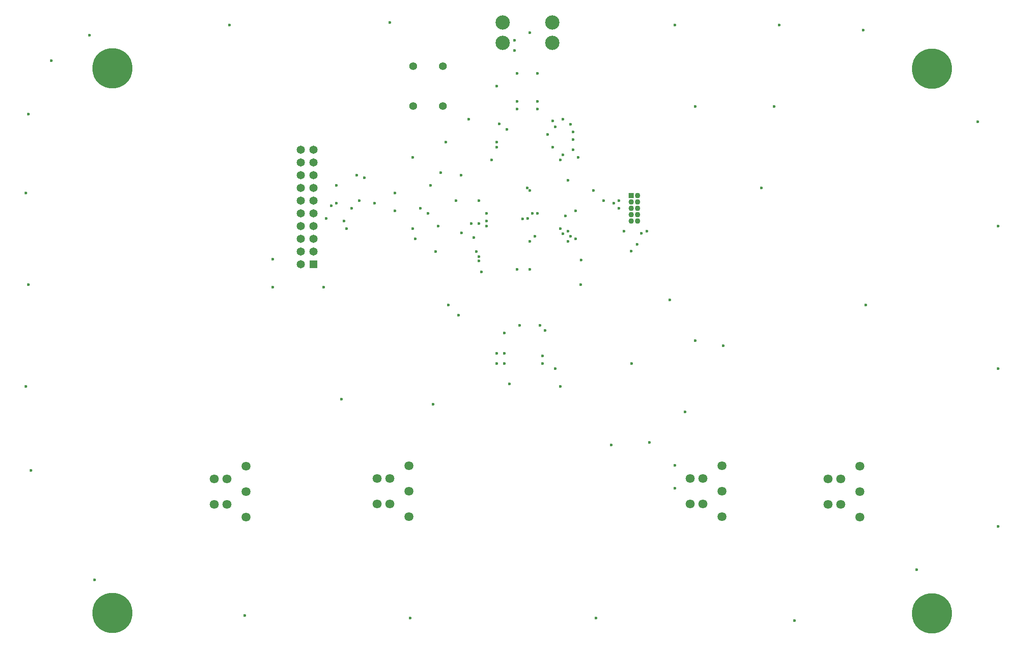
<source format=gbr>
%TF.GenerationSoftware,KiCad,Pcbnew,7.0.10*%
%TF.CreationDate,2024-01-23T19:04:03+00:00*%
%TF.ProjectId,buran,62757261-6e2e-46b6-9963-61645f706362,rev?*%
%TF.SameCoordinates,Original*%
%TF.FileFunction,Copper,L2,Inr*%
%TF.FilePolarity,Positive*%
%FSLAX46Y46*%
G04 Gerber Fmt 4.6, Leading zero omitted, Abs format (unit mm)*
G04 Created by KiCad (PCBNEW 7.0.10) date 2024-01-23 19:04:03*
%MOMM*%
%LPD*%
G01*
G04 APERTURE LIST*
%TA.AperFunction,ComponentPad*%
%ADD10C,8.000000*%
%TD*%
%TA.AperFunction,ComponentPad*%
%ADD11C,2.850000*%
%TD*%
%TA.AperFunction,ComponentPad*%
%ADD12R,1.650000X1.650000*%
%TD*%
%TA.AperFunction,ComponentPad*%
%ADD13C,1.650000*%
%TD*%
%TA.AperFunction,ComponentPad*%
%ADD14C,1.800000*%
%TD*%
%TA.AperFunction,ComponentPad*%
%ADD15R,1.100000X1.100000*%
%TD*%
%TA.AperFunction,ComponentPad*%
%ADD16C,1.100000*%
%TD*%
%TA.AperFunction,ComponentPad*%
%ADD17C,1.575000*%
%TD*%
%TA.AperFunction,ViaPad*%
%ADD18C,0.600000*%
%TD*%
G04 APERTURE END LIST*
D10*
%TO.N,N/C*%
%TO.C,*%
X42164000Y-141732000D03*
%TD*%
%TO.N,N/C*%
%TO.C,REF\u002A\u002A*%
X205726875Y-141861027D03*
%TD*%
%TO.N,N/C*%
%TO.C,REF\u002A\u002A*%
X205726875Y-33149027D03*
%TD*%
%TO.N,N/C*%
%TO.C,REF\u002A\u002A*%
X42164000Y-33020000D03*
%TD*%
D11*
%TO.N,GND*%
%TO.C,J2*%
X129950000Y-27915000D03*
X129950000Y-23915000D03*
X120050000Y-23915000D03*
X120050000Y-27915000D03*
%TD*%
D12*
%TO.N,VDD*%
%TO.C,J1*%
X82296000Y-72136000D03*
D13*
%TO.N,GND*%
X79756000Y-72136000D03*
%TO.N,/V_UNREG*%
X82296000Y-69596000D03*
%TO.N,/CBUS5*%
X79756000Y-69596000D03*
%TO.N,/SDA*%
X82296000Y-67056000D03*
%TO.N,unconnected-(J1-Pad6)*%
X79756000Y-67056000D03*
%TO.N,/SCL*%
X82296000Y-64516000D03*
%TO.N,unconnected-(J1-Pad8)*%
X79756000Y-64516000D03*
%TO.N,/N_RESET*%
X82296000Y-61976000D03*
%TO.N,unconnected-(J1-Pad10)*%
X79756000Y-61976000D03*
%TO.N,/CBUS0*%
X82296000Y-59436000D03*
%TO.N,unconnected-(J1-Pad12)*%
X79756000Y-59436000D03*
%TO.N,/CBUS1*%
X82296000Y-56896000D03*
%TO.N,unconnected-(J1-Pad14)*%
X79756000Y-56896000D03*
%TO.N,/CBUS2*%
X82296000Y-54356000D03*
%TO.N,unconnected-(J1-Pad16)*%
X79756000Y-54356000D03*
%TO.N,/CBUS3*%
X82296000Y-51816000D03*
%TO.N,unconnected-(J1-Pad18)*%
X79756000Y-51816000D03*
%TO.N,/CBUS4*%
X82296000Y-49276000D03*
%TO.N,unconnected-(J1-Pad20)*%
X79756000Y-49276000D03*
%TD*%
D14*
%TO.N,/MCU_S2*%
%TO.C,S2*%
X101350000Y-122540000D03*
%TO.N,GND*%
X101350000Y-117460000D03*
%TO.N,unconnected-(S2-NC-Pad3)*%
X101350000Y-112380000D03*
%TO.N,VDD*%
X97540000Y-120000000D03*
%TO.N,Net-(S2-L1)*%
X97540000Y-114920000D03*
%TO.N,/IC4_LED_4*%
X95000000Y-114920000D03*
%TO.N,/IC4_LED_5*%
X95000000Y-120000000D03*
%TD*%
D15*
%TO.N,VDD*%
%TO.C,J3*%
X145669000Y-58420000D03*
D16*
%TO.N,/SWDIO*%
X146939000Y-58420000D03*
%TO.N,GND*%
X145669000Y-59690000D03*
%TO.N,/SWCLK*%
X146939000Y-59690000D03*
%TO.N,GND*%
X145669000Y-60960000D03*
%TO.N,unconnected-(J3-Pad6)*%
X146939000Y-60960000D03*
%TO.N,unconnected-(J3-Pad7)*%
X145669000Y-62230000D03*
%TO.N,unconnected-(J3-Pad8)*%
X146939000Y-62230000D03*
%TO.N,unconnected-(J3-Pad9)*%
X145669000Y-63500000D03*
%TO.N,/N_RESET*%
X146939000Y-63500000D03*
%TD*%
D14*
%TO.N,/MCU_S3*%
%TO.C,S3*%
X163810000Y-122540000D03*
%TO.N,GND*%
X163810000Y-117460000D03*
%TO.N,unconnected-(S3-NC-Pad3)*%
X163810000Y-112380000D03*
%TO.N,VDD*%
X160000000Y-120000000D03*
%TO.N,Net-(S3-L1)*%
X160000000Y-114920000D03*
%TO.N,/IC4_LED_7*%
X157460000Y-114920000D03*
%TO.N,/IC4_LED_8*%
X157460000Y-120000000D03*
%TD*%
%TO.N,/MCU_S1*%
%TO.C,S1*%
X68810000Y-122620000D03*
%TO.N,GND*%
X68810000Y-117540000D03*
%TO.N,unconnected-(S1-NC-Pad3)*%
X68810000Y-112460000D03*
%TO.N,VDD*%
X65000000Y-120080000D03*
%TO.N,Net-(S1-L1)*%
X65000000Y-115000000D03*
%TO.N,/IC4_LED_1*%
X62460000Y-115000000D03*
%TO.N,/IC4_LED_2*%
X62460000Y-120080000D03*
%TD*%
%TO.N,/MCU_S4*%
%TO.C,S4*%
X191350000Y-122620000D03*
%TO.N,GND*%
X191350000Y-117540000D03*
%TO.N,unconnected-(S4-NC-Pad3)*%
X191350000Y-112460000D03*
%TO.N,VDD*%
X187540000Y-120080000D03*
%TO.N,Net-(S4-L1)*%
X187540000Y-115000000D03*
%TO.N,/IC4_LED_10*%
X185000000Y-115000000D03*
%TO.N,/IC4_LED_11*%
X185000000Y-120080000D03*
%TD*%
D17*
%TO.N,/N_RESET*%
%TO.C,S5*%
X102156000Y-40576000D03*
%TO.N,GND*%
X108156000Y-40576000D03*
%TO.N,/N_RESET*%
X102156000Y-32576000D03*
%TO.N,GND*%
X108156000Y-32576000D03*
%TD*%
D18*
%TO.N,GND*%
X127000000Y-34036000D03*
X122936000Y-34036000D03*
X111252000Y-82296000D03*
X109220000Y-80264000D03*
X84328000Y-76708000D03*
X74168000Y-76708000D03*
X74168000Y-71120000D03*
%TO.N,VDD*%
X130048000Y-43515500D03*
X103632000Y-60960000D03*
X123444000Y-84328000D03*
X133096000Y-55372000D03*
X120394500Y-85852000D03*
X129032000Y-46228000D03*
X107188000Y-64516000D03*
%TO.N,GND*%
X192532000Y-80264000D03*
X132080000Y-66040000D03*
X145796000Y-91948000D03*
X113284000Y-43180000D03*
X142240000Y-59944000D03*
X143256000Y-59436000D03*
X108712000Y-47752000D03*
X133096000Y-67564000D03*
X127000000Y-41148000D03*
X134620000Y-67056000D03*
X156464000Y-101600000D03*
X143256000Y-60960000D03*
X134112000Y-49276000D03*
X68580000Y-142240000D03*
X142240000Y-59944000D03*
X135636000Y-76200000D03*
X175260000Y-24384000D03*
X37592000Y-26416000D03*
X178308000Y-143256000D03*
X171704000Y-56896000D03*
X122428000Y-27432000D03*
X154432000Y-24384000D03*
X138684000Y-142748000D03*
X120396000Y-89916000D03*
X154432000Y-112268000D03*
X192024000Y-25400000D03*
X111760000Y-54356000D03*
X133604000Y-44196000D03*
X133096000Y-65532000D03*
X25400000Y-76200000D03*
X107696000Y-53848000D03*
X38608000Y-135128000D03*
X132080000Y-43180000D03*
X110744000Y-59436000D03*
X218948000Y-124460000D03*
X122936000Y-41148000D03*
X120396000Y-91948000D03*
X153416000Y-79248000D03*
X202692000Y-133096000D03*
X101600000Y-142748000D03*
X149352000Y-107696000D03*
X24892000Y-96520000D03*
X132080000Y-66040000D03*
X143256000Y-59436000D03*
X97536000Y-23876000D03*
X118872000Y-91948000D03*
X127000000Y-39624000D03*
X218948000Y-92964000D03*
X143256000Y-60960000D03*
X24892000Y-57912000D03*
X214884000Y-43688000D03*
X128016000Y-90424000D03*
X134112000Y-45720000D03*
X131572000Y-65024000D03*
X29972000Y-31496000D03*
X122936000Y-39624000D03*
X25908000Y-113284000D03*
X218948000Y-64516000D03*
X118872000Y-36576000D03*
X65532000Y-24384000D03*
X122936000Y-41148000D03*
X105664000Y-56388000D03*
X133604000Y-66548000D03*
X108712000Y-47752000D03*
X25400000Y-42164000D03*
X113284000Y-43180000D03*
X134112000Y-47244000D03*
X118872000Y-36576000D03*
X122936000Y-39624000D03*
X118872000Y-89916000D03*
X122428000Y-29464000D03*
X128016000Y-91948000D03*
%TO.N,/MCU_LED_1*%
X124961932Y-56889932D03*
X158496000Y-40640000D03*
%TO.N,/MCU_LED_2*%
X125476000Y-57404000D03*
X174244000Y-40640000D03*
%TO.N,/CBUS0*%
X116840000Y-61976000D03*
X130556000Y-44704000D03*
X94488000Y-59944000D03*
X86868000Y-59944000D03*
X132080000Y-50292000D03*
%TO.N,/CBUS1*%
X105156000Y-61976000D03*
X116840000Y-63500000D03*
X89916000Y-60960000D03*
%TO.N,/CBUS2*%
X115316000Y-59436000D03*
X118872000Y-48768000D03*
X116840000Y-64516000D03*
X115316000Y-64008000D03*
X124044836Y-63084836D03*
X92456000Y-54864000D03*
X98552000Y-57912000D03*
%TO.N,/SDA*%
X114317309Y-66830978D03*
X115824000Y-73660000D03*
%TO.N,/SCL*%
X113792000Y-64008000D03*
X84836000Y-62992000D03*
X111867837Y-65847273D03*
%TO.N,/CBUS3*%
X98552000Y-61468000D03*
X91440000Y-59436000D03*
X102108000Y-65024000D03*
X86868000Y-56388000D03*
X106680000Y-69596000D03*
X114808000Y-69596000D03*
%TO.N,/CBUS4*%
X90932000Y-54356000D03*
X85852000Y-60452000D03*
X118872000Y-47752000D03*
X88900000Y-65024000D03*
X125025836Y-62992000D03*
X102616000Y-67056000D03*
X115316000Y-70612000D03*
%TO.N,/CBUS5*%
X125984000Y-61976000D03*
X115333500Y-71461005D03*
X119380000Y-44149500D03*
%TO.N,/N_RESET*%
X122936000Y-73152000D03*
X117856000Y-51308000D03*
X135757627Y-71269293D03*
X146904836Y-68164836D03*
X145703164Y-69503164D03*
X131572000Y-51308000D03*
X138176000Y-57404000D03*
X140208000Y-59436000D03*
X125476000Y-73152000D03*
X135128000Y-50800000D03*
X102108000Y-50800000D03*
%TO.N,/SWDIO*%
X148844000Y-65532000D03*
%TO.N,/V_UNREG*%
X125476000Y-25908000D03*
X88392000Y-63500000D03*
%TO.N,/IC4_LED_11*%
X164084000Y-88392000D03*
X127508000Y-84328000D03*
%TO.N,/IC4_LED_10*%
X128524000Y-85344000D03*
X158496000Y-87376000D03*
%TO.N,/IC4_LED_8*%
X154432000Y-116840000D03*
X130556000Y-92964000D03*
%TO.N,/IC4_LED_7*%
X141732000Y-108204000D03*
X131572000Y-96520000D03*
%TO.N,/MCU_N_OE*%
X121412000Y-96012000D03*
X127000000Y-61976000D03*
%TO.N,/VCCIO*%
X130048000Y-48768000D03*
X120904000Y-45212000D03*
%TO.N,/MCU_S1*%
X125476000Y-67564000D03*
X87884000Y-99060000D03*
%TO.N,/MCU_S2*%
X106172000Y-100076000D03*
X126492000Y-66548000D03*
%TO.N,/MCU_S3*%
X132588000Y-62484000D03*
%TO.N,/MCU_S4*%
X144272000Y-65532000D03*
X147735164Y-65947164D03*
X134620000Y-61468000D03*
%TD*%
M02*

</source>
